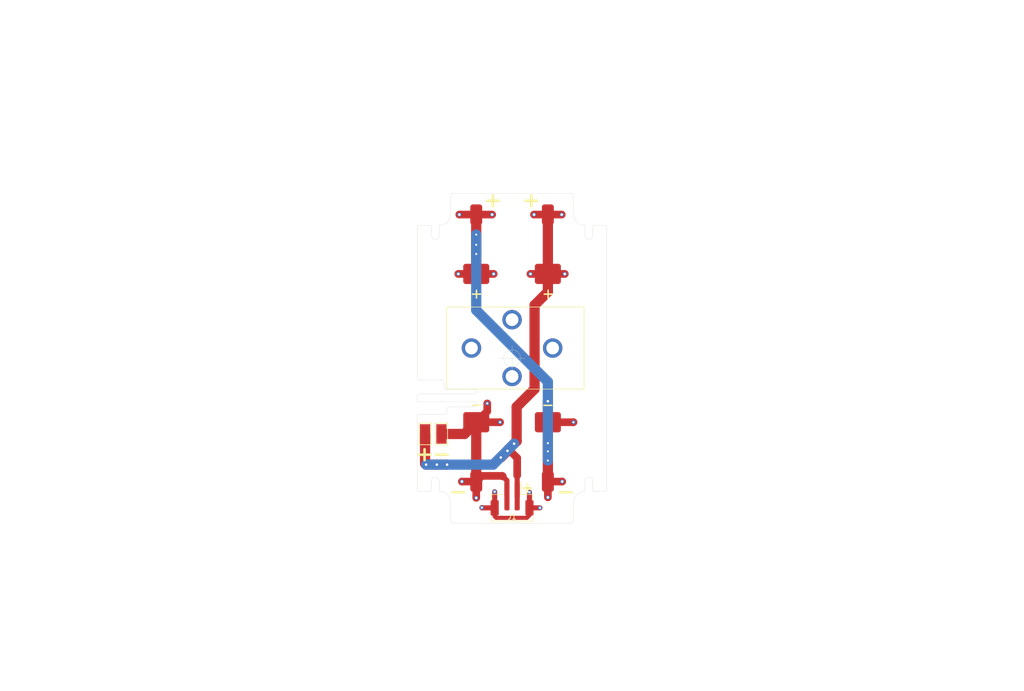
<source format=kicad_pcb>
(kicad_pcb (version 20171130) (host pcbnew "(5.1.6)-1")

  (general
    (thickness 1)
    (drawings 108)
    (tracks 114)
    (zones 0)
    (modules 6)
    (nets 4)
  )

  (page A4)
  (title_block
    (title "Generic Node Battery Holder")
    (date 2020-09-30)
    (rev 1.0)
    (company "The Things Industries")
    (comment 1 "drawn by: Orkhan Amiraslanov")
  )

  (layers
    (0 F.Cu signal)
    (31 B.Cu signal)
    (32 B.Adhes user)
    (33 F.Adhes user)
    (34 B.Paste user)
    (35 F.Paste user)
    (36 B.SilkS user)
    (37 F.SilkS user)
    (38 B.Mask user)
    (39 F.Mask user)
    (40 Dwgs.User user)
    (41 Cmts.User user)
    (42 Eco1.User user)
    (43 Eco2.User user)
    (44 Edge.Cuts user)
    (45 Margin user)
    (46 B.CrtYd user)
    (47 F.CrtYd user)
    (48 B.Fab user)
    (49 F.Fab user)
  )

  (setup
    (last_trace_width 0.25)
    (user_trace_width 0.2)
    (user_trace_width 0.4)
    (user_trace_width 0.6)
    (user_trace_width 0.8)
    (user_trace_width 1)
    (user_trace_width 1.5)
    (user_trace_width 2)
    (user_trace_width 2.5)
    (user_trace_width 3)
    (trace_clearance 0.2)
    (zone_clearance 0.508)
    (zone_45_only no)
    (trace_min 0.2)
    (via_size 0.8)
    (via_drill 0.4)
    (via_min_size 0.4)
    (via_min_drill 0.3)
    (user_via 0.5 0.3)
    (user_via 0.6 0.4)
    (user_via 0.8 0.5)
    (user_via 1 0.6)
    (user_via 1.2 0.8)
    (user_via 1.4 1)
    (uvia_size 0.3)
    (uvia_drill 0.1)
    (uvias_allowed no)
    (uvia_min_size 0.2)
    (uvia_min_drill 0.1)
    (edge_width 0.05)
    (segment_width 0.2)
    (pcb_text_width 0.3)
    (pcb_text_size 1.5 1.5)
    (mod_edge_width 0.12)
    (mod_text_size 1 1)
    (mod_text_width 0.15)
    (pad_size 1.524 1.524)
    (pad_drill 0.762)
    (pad_to_mask_clearance 0.05)
    (aux_axis_origin 0 0)
    (visible_elements 7FFFFFFF)
    (pcbplotparams
      (layerselection 0x010fc_ffffffff)
      (usegerberextensions false)
      (usegerberattributes true)
      (usegerberadvancedattributes true)
      (creategerberjobfile true)
      (excludeedgelayer true)
      (linewidth 0.100000)
      (plotframeref true)
      (viasonmask false)
      (mode 1)
      (useauxorigin false)
      (hpglpennumber 1)
      (hpglpenspeed 20)
      (hpglpendiameter 15.000000)
      (psnegative false)
      (psa4output false)
      (plotreference true)
      (plotvalue true)
      (plotinvisibletext false)
      (padsonsilk false)
      (subtractmaskfromsilk false)
      (outputformat 4)
      (mirror false)
      (drillshape 0)
      (scaleselection 1)
      (outputdirectory "design-files/"))
  )

  (net 0 "")
  (net 1 "Net-(BT1-Pad2)")
  (net 2 VCC)
  (net 3 GND)

  (net_class Default "This is the default net class."
    (clearance 0.2)
    (trace_width 0.25)
    (via_dia 0.8)
    (via_drill 0.4)
    (uvia_dia 0.3)
    (uvia_drill 0.1)
    (add_net GND)
    (add_net "Net-(BT1-Pad2)")
    (add_net VCC)
  )

  (module Connector_JST:JST_PH_B2B-PH-SM4-TB_1x02-1MP_P2.00mm_Vertical (layer F.Cu) (tedit 5B78AD87) (tstamp 5F5B94F7)
    (at 150 127.5 180)
    (descr "JST PH series connector, B2B-PH-SM4-TB (http://www.jst-mfg.com/product/pdf/eng/ePH.pdf), generated with kicad-footprint-generator")
    (tags "connector JST PH side entry")
    (path /5F454686)
    (attr smd)
    (fp_text reference J1 (at 0 -3.5) (layer F.SilkS)
      (effects (font (size 1 1) (thickness 0.15)))
    )
    (fp_text value JST-PH-Vertical (at 0 4.45) (layer F.Fab)
      (effects (font (size 1 1) (thickness 0.15)))
    )
    (fp_line (start -1 0.042893) (end -0.5 0.75) (layer F.Fab) (width 0.1))
    (fp_line (start -1.5 0.75) (end -1 0.042893) (layer F.Fab) (width 0.1))
    (fp_line (start 4.7 -4.75) (end -4.7 -4.75) (layer F.CrtYd) (width 0.05))
    (fp_line (start 4.7 3.75) (end 4.7 -4.75) (layer F.CrtYd) (width 0.05))
    (fp_line (start -4.7 3.75) (end 4.7 3.75) (layer F.CrtYd) (width 0.05))
    (fp_line (start -4.7 -4.75) (end -4.7 3.75) (layer F.CrtYd) (width 0.05))
    (fp_line (start 1.25 -2.75) (end 0.75 -2.75) (layer F.Fab) (width 0.1))
    (fp_line (start 1.25 -2.25) (end 1.25 -2.75) (layer F.Fab) (width 0.1))
    (fp_line (start 0.75 -2.25) (end 1.25 -2.25) (layer F.Fab) (width 0.1))
    (fp_line (start 0.75 -2.75) (end 0.75 -2.25) (layer F.Fab) (width 0.1))
    (fp_line (start -0.75 -2.75) (end -1.25 -2.75) (layer F.Fab) (width 0.1))
    (fp_line (start -0.75 -2.25) (end -0.75 -2.75) (layer F.Fab) (width 0.1))
    (fp_line (start -1.25 -2.25) (end -0.75 -2.25) (layer F.Fab) (width 0.1))
    (fp_line (start -1.25 -2.75) (end -1.25 -2.25) (layer F.Fab) (width 0.1))
    (fp_line (start 3.975 0.75) (end 3.975 -4.25) (layer F.Fab) (width 0.1))
    (fp_line (start -3.975 0.75) (end -3.975 -4.25) (layer F.Fab) (width 0.1))
    (fp_line (start -3.975 -4.25) (end 3.975 -4.25) (layer F.Fab) (width 0.1))
    (fp_line (start 4.085 -4.36) (end 4.085 -3.51) (layer F.SilkS) (width 0.12))
    (fp_line (start -4.085 -4.36) (end 4.085 -4.36) (layer F.SilkS) (width 0.12))
    (fp_line (start -4.085 -3.51) (end -4.085 -4.36) (layer F.SilkS) (width 0.12))
    (fp_line (start 4.085 0.86) (end 1.76 0.86) (layer F.SilkS) (width 0.12))
    (fp_line (start 4.085 0.01) (end 4.085 0.86) (layer F.SilkS) (width 0.12))
    (fp_line (start -1.76 0.86) (end -1.76 3.25) (layer F.SilkS) (width 0.12))
    (fp_line (start -4.085 0.86) (end -1.76 0.86) (layer F.SilkS) (width 0.12))
    (fp_line (start -4.085 0.01) (end -4.085 0.86) (layer F.SilkS) (width 0.12))
    (fp_line (start -3.975 0.75) (end 3.975 0.75) (layer F.Fab) (width 0.1))
    (fp_text user %R (at 0 -1) (layer F.Fab)
      (effects (font (size 1 1) (thickness 0.15)))
    )
    (pad MP smd roundrect (at 3.4 -1.75 180) (size 1.6 3) (layers F.Cu F.Paste F.Mask) (roundrect_rratio 0.15625))
    (pad MP smd roundrect (at -3.4 -1.75 180) (size 1.6 3) (layers F.Cu F.Paste F.Mask) (roundrect_rratio 0.15625))
    (pad 2 smd roundrect (at 1 0.5 180) (size 1 5.5) (layers F.Cu F.Paste F.Mask) (roundrect_rratio 0.25)
      (net 3 GND))
    (pad 1 smd roundrect (at -1 0.5 180) (size 1 5.5) (layers F.Cu F.Paste F.Mask) (roundrect_rratio 0.25)
      (net 2 VCC))
    (model ${KISYS3DMOD}/Connector_JST.3dshapes/JST_PH_B2B-PH-SM4-TB_1x02-1MP_P2.00mm_Vertical.wrl
      (at (xyz 0 0 0))
      (scale (xyz 1 1 1))
      (rotate (xyz 0 0 0))
    )
    (model C:/Users/Admin/OneDrive/TTI_Files/ST_Node/Hardware/Libs/packages3d/node-lib-v1.3dshapes/JST_B2B-PH-SM4-TB-white.step
      (offset (xyz 0 1.75 0))
      (scale (xyz 1 1 1))
      (rotate (xyz 0 0 -180))
    )
  )

  (module TestPoint:TestPoint_Keystone_5019_Minature (layer F.Cu) (tedit 5A0F774F) (tstamp 5F4E32A3)
    (at 133 114.8 270)
    (descr "SMT Test Point- Micro Miniature 5019, http://www.keyelco.com/product-pdf.cfm?p=1357")
    (tags "Test Point")
    (path /5F4E2017)
    (attr smd)
    (fp_text reference J3 (at -3 0.25) (layer F.SilkS) hide
      (effects (font (size 1 1) (thickness 0.15)))
    )
    (fp_text value Batt+ (at -0.2 0 90) (layer F.Fab)
      (effects (font (size 1 1) (thickness 0.15)))
    )
    (fp_line (start 0 0.5) (end 0 1) (layer F.Fab) (width 0.15))
    (fp_line (start 0 -1) (end 0 -0.5) (layer F.Fab) (width 0.15))
    (fp_line (start -1.9 -0.5) (end 1.9 -0.5) (layer F.Fab) (width 0.15))
    (fp_line (start 1.9 0.5) (end -1.9 0.5) (layer F.Fab) (width 0.15))
    (fp_line (start 1.25 -1) (end -1.25 -1) (layer F.Fab) (width 0.15))
    (fp_line (start -1.25 -1) (end -1.25 -0.5) (layer F.Fab) (width 0.15))
    (fp_line (start -1.25 -0.5) (end -1.75 -0.5) (layer F.Fab) (width 0.15))
    (fp_line (start -1.9 -0.5) (end -1.9 0.5) (layer F.Fab) (width 0.15))
    (fp_line (start -1.75 0.5) (end -1.25 0.5) (layer F.Fab) (width 0.15))
    (fp_line (start -1.25 0.5) (end -1.25 1) (layer F.Fab) (width 0.15))
    (fp_line (start -1.25 1) (end 1.25 1) (layer F.Fab) (width 0.15))
    (fp_line (start 1.25 1) (end 1.25 0.5) (layer F.Fab) (width 0.15))
    (fp_line (start 1.25 0.5) (end 1.75 0.5) (layer F.Fab) (width 0.15))
    (fp_line (start 1.9 0.5) (end 1.9 -0.5) (layer F.Fab) (width 0.15))
    (fp_line (start 1.75 -0.5) (end 1.25 -0.5) (layer F.Fab) (width 0.15))
    (fp_line (start 1.25 -0.5) (end 1.25 -1) (layer F.Fab) (width 0.15))
    (fp_line (start -2.35 -1.45) (end 2.35 -1.45) (layer F.CrtYd) (width 0.05))
    (fp_line (start 2.35 -1.45) (end 2.35 1.45) (layer F.CrtYd) (width 0.05))
    (fp_line (start 2.35 1.45) (end -2.35 1.45) (layer F.CrtYd) (width 0.05))
    (fp_line (start -2.35 1.45) (end -2.35 -1.45) (layer F.CrtYd) (width 0.05))
    (fp_line (start -2.1 -1.2) (end 2.1 -1.2) (layer F.SilkS) (width 0.15))
    (fp_line (start 2.1 -1.2) (end 2.1 1.2) (layer F.SilkS) (width 0.15))
    (fp_line (start 2.1 1.2) (end -2.1 1.2) (layer F.SilkS) (width 0.15))
    (fp_line (start -2.1 1.2) (end -2.1 -1.2) (layer F.SilkS) (width 0.15))
    (fp_text user %R (at 0 0 90) (layer F.Fab)
      (effects (font (size 0.9 0.9) (thickness 0.135)))
    )
    (pad 1 smd rect (at 0 0 270) (size 3.8 2) (layers F.Cu F.Paste F.Mask)
      (net 2 VCC))
    (model ${KISYS3DMOD}/TestPoint.3dshapes/TestPoint_Keystone_5019_Minature.wrl
      (at (xyz 0 0 0))
      (scale (xyz 1 1 1))
      (rotate (xyz 0 0 0))
    )
  )

  (module TestPoint:TestPoint_Keystone_5019_Minature (layer F.Cu) (tedit 5A0F774F) (tstamp 5F4EE7E0)
    (at 136.2 114.8 90)
    (descr "SMT Test Point- Micro Miniature 5019, http://www.keyelco.com/product-pdf.cfm?p=1357")
    (tags "Test Point")
    (path /5F4E6926)
    (attr smd)
    (fp_text reference J2 (at 2.9 0.1) (layer F.SilkS) hide
      (effects (font (size 1 1) (thickness 0.15)))
    )
    (fp_text value Batt- (at 0 0 90) (layer F.Fab)
      (effects (font (size 1 1) (thickness 0.15)))
    )
    (fp_line (start 0 0.5) (end 0 1) (layer F.Fab) (width 0.15))
    (fp_line (start 0 -1) (end 0 -0.5) (layer F.Fab) (width 0.15))
    (fp_line (start -1.9 -0.5) (end 1.9 -0.5) (layer F.Fab) (width 0.15))
    (fp_line (start 1.9 0.5) (end -1.9 0.5) (layer F.Fab) (width 0.15))
    (fp_line (start 1.25 -1) (end -1.25 -1) (layer F.Fab) (width 0.15))
    (fp_line (start -1.25 -1) (end -1.25 -0.5) (layer F.Fab) (width 0.15))
    (fp_line (start -1.25 -0.5) (end -1.75 -0.5) (layer F.Fab) (width 0.15))
    (fp_line (start -1.9 -0.5) (end -1.9 0.5) (layer F.Fab) (width 0.15))
    (fp_line (start -1.75 0.5) (end -1.25 0.5) (layer F.Fab) (width 0.15))
    (fp_line (start -1.25 0.5) (end -1.25 1) (layer F.Fab) (width 0.15))
    (fp_line (start -1.25 1) (end 1.25 1) (layer F.Fab) (width 0.15))
    (fp_line (start 1.25 1) (end 1.25 0.5) (layer F.Fab) (width 0.15))
    (fp_line (start 1.25 0.5) (end 1.75 0.5) (layer F.Fab) (width 0.15))
    (fp_line (start 1.9 0.5) (end 1.9 -0.5) (layer F.Fab) (width 0.15))
    (fp_line (start 1.75 -0.5) (end 1.25 -0.5) (layer F.Fab) (width 0.15))
    (fp_line (start 1.25 -0.5) (end 1.25 -1) (layer F.Fab) (width 0.15))
    (fp_line (start -2.35 -1.45) (end 2.35 -1.45) (layer F.CrtYd) (width 0.05))
    (fp_line (start 2.35 -1.45) (end 2.35 1.45) (layer F.CrtYd) (width 0.05))
    (fp_line (start 2.35 1.45) (end -2.35 1.45) (layer F.CrtYd) (width 0.05))
    (fp_line (start -2.35 1.45) (end -2.35 -1.45) (layer F.CrtYd) (width 0.05))
    (fp_line (start -2.1 -1.2) (end 2.1 -1.2) (layer F.SilkS) (width 0.15))
    (fp_line (start 2.1 -1.2) (end 2.1 1.2) (layer F.SilkS) (width 0.15))
    (fp_line (start 2.1 1.2) (end -2.1 1.2) (layer F.SilkS) (width 0.15))
    (fp_line (start -2.1 1.2) (end -2.1 -1.2) (layer F.SilkS) (width 0.15))
    (fp_text user %R (at 0 0 90) (layer F.Fab)
      (effects (font (size 0.9 0.9) (thickness 0.135)))
    )
    (pad 1 smd rect (at 0 0 90) (size 3.8 2) (layers F.Cu F.Paste F.Mask)
      (net 3 GND))
    (model ${KISYS3DMOD}/TestPoint.3dshapes/TestPoint_Keystone_5019_Minature.wrl
      (at (xyz 0 0 0))
      (scale (xyz 1 1 1))
      (rotate (xyz 0 0 0))
    )
  )

  (module node-lib-v1:Keystone_69_clip (layer F.Cu) (tedit 5F451643) (tstamp 5F4E2FC6)
    (at 150 98 180)
    (path /5F456034)
    (fp_text reference BTclip1 (at -0.05 -2.35) (layer F.SilkS) hide
      (effects (font (size 1 1) (thickness 0.15)))
    )
    (fp_text value PN69 (at 0 0.05) (layer F.Fab)
      (effects (font (size 1 1) (thickness 0.15)))
    )
    (fp_line (start -14.732 0) (end 13.716 0) (layer Eco1.User) (width 0.12))
    (fp_line (start 0 -8.636) (end 0 8.636) (layer Eco1.User) (width 0.12))
    (fp_line (start 12.7 0) (end 12.7 -7.9375) (layer F.CrtYd) (width 0.12))
    (fp_line (start 12.7 0) (end 12.7 7.9375) (layer F.CrtYd) (width 0.12))
    (fp_line (start -13.97 0) (end -13.97 -7.9375) (layer F.CrtYd) (width 0.12))
    (fp_line (start -13.97 0) (end -13.97 7.9375) (layer F.CrtYd) (width 0.12))
    (fp_line (start 12.7 7.9375) (end -13.97 7.9375) (layer F.CrtYd) (width 0.12))
    (fp_line (start -13.97 -7.9375) (end 12.7 -7.9375) (layer F.CrtYd) (width 0.12))
    (fp_line (start -13.8684 -7.8232) (end -13.8684 7.8232) (layer F.Fab) (width 0.12))
    (fp_line (start -13.8684 7.8232) (end 12.5984 7.8232) (layer F.Fab) (width 0.12))
    (fp_line (start 12.5984 7.8232) (end 12.5984 -7.8232) (layer F.Fab) (width 0.12))
    (fp_line (start 12.5984 -7.8232) (end -13.8684 -7.8232) (layer F.Fab) (width 0.12))
    (fp_line (start 12.8016 -8.0264) (end 12.8016 8.0264) (layer F.SilkS) (width 0.12))
    (fp_line (start 12.8016 8.0264) (end -14.0716 8.0264) (layer F.SilkS) (width 0.12))
    (fp_line (start -14.0716 8.0264) (end -14.0716 -8.0264) (layer F.SilkS) (width 0.12))
    (fp_line (start -14.0716 -8.0264) (end 12.8016 -8.0264) (layer F.SilkS) (width 0.12))
    (pad 2 smd circle (at 7.9375 0 180) (size 3.81 3.81) (layers F.Paste F.Mask))
    (pad 2 smd circle (at -7.9375 0 180) (size 3.81 3.81) (layers F.Paste F.Mask))
    (pad 2 smd circle (at 0 -5.5499 180) (size 3.81 3.81) (layers F.Paste F.Mask))
    (pad 2 smd circle (at 0 5.5499 180) (size 3.81 3.81) (layers F.Paste F.Mask))
    (pad 1 thru_hole circle (at 0 5.5499 180) (size 3.81 3.81) (drill 2.4892) (layers *.Cu *.Mask))
    (pad 1 thru_hole circle (at 0 -5.5499 180) (size 3.81 3.81) (drill 2.4892) (layers *.Cu *.Mask))
    (pad 1 thru_hole circle (at 7.9375 0 180) (size 3.81 3.81) (drill 2.4892) (layers *.Cu *.Mask))
    (pad 1 thru_hole circle (at -7.9375 0 180) (size 3.81 3.81) (drill 2.4892) (layers *.Cu *.Mask F.Paste))
    (model C:/Users/Admin/OneDrive/TTI_Files/ST_Node/Hardware/Libs/packages3d/node-lib-v1.3dshapes/keystone-PN69.STEP
      (offset (xyz 0 7.9756 0))
      (scale (xyz 1.1 1 1))
      (rotate (xyz -90 0 0))
    )
    (model C:/Users/Admin/OneDrive/TTI_Files/ST_Node/Hardware/Libs/packages3d/enclosure/16174563_BL-704025-WL2-DO-9003_Bottom.step
      (offset (xyz 0 2 19))
      (scale (xyz 1 1 1))
      (rotate (xyz 0 180 90))
    )
  )

  (module node-lib-v1:keystone-PN57 (layer F.Cu) (tedit 5F451463) (tstamp 5F4E301A)
    (at 143 98 90)
    (descr "AA battery holder clip SMD")
    (tags battery,holder,clip)
    (path /5F4566C7)
    (fp_text reference BT2 (at -0.127 -0.381 90) (layer F.SilkS) hide
      (effects (font (size 1 1) (thickness 0.15)))
    )
    (fp_text value 2xPN57 (at -0.05 2.95 90) (layer F.Fab) hide
      (effects (font (size 1 1) (thickness 0.15)))
    )
    (fp_line (start 29 -3.5) (end 11.5 -3.5) (layer F.CrtYd) (width 0.12))
    (fp_line (start 29 3.5) (end 29 -3.5) (layer F.CrtYd) (width 0.12))
    (fp_line (start 11.5 3.5) (end 29 3.5) (layer F.CrtYd) (width 0.12))
    (fp_line (start 11.5 -3.5) (end 11.5 3.5) (layer F.CrtYd) (width 0.12))
    (fp_line (start -11.5 -3.5) (end -29 -3.5) (layer F.CrtYd) (width 0.12))
    (fp_line (start -11.5 3.5) (end -11.5 -3.5) (layer F.CrtYd) (width 0.12))
    (fp_line (start -29 3.5) (end -11.5 3.5) (layer F.CrtYd) (width 0.12))
    (fp_line (start -29 -3.5) (end -29 3.5) (layer F.CrtYd) (width 0.12))
    (fp_line (start -28.5 -3) (end -12 -3) (layer F.Fab) (width 0.12))
    (fp_line (start -28.5 3) (end -28.5 -3) (layer F.Fab) (width 0.12))
    (fp_line (start -12 3) (end -28.5 3) (layer F.Fab) (width 0.12))
    (fp_line (start -12 2.5) (end -12 3) (layer F.Fab) (width 0.12))
    (fp_line (start -12 -3) (end -12 2.5) (layer F.Fab) (width 0.12))
    (fp_line (start 28.5 -3) (end 12 -3) (layer F.Fab) (width 0.12))
    (fp_line (start 28.5 3) (end 28.5 -3) (layer F.Fab) (width 0.12))
    (fp_line (start 12 3) (end 28.5 3) (layer F.Fab) (width 0.12))
    (fp_line (start 12 -3) (end 12 3) (layer F.Fab) (width 0.12))
    (fp_line (start 24.13 0) (end -24.13 0) (layer Eco1.User) (width 0.12))
    (fp_line (start 0 12.7) (end 0 -12.7) (layer Eco1.User) (width 0.12))
    (fp_text user + (at 10.55 -0.1 90) (layer F.SilkS)
      (effects (font (size 2 2) (thickness 0.3)))
    )
    (fp_text user - (at -11.05 0) (layer F.SilkS)
      (effects (font (size 2 2) (thickness 0.3)))
    )
    (fp_text user Conn1 (at 20.3 -0.1 90) (layer F.Fab)
      (effects (font (size 1 1) (thickness 0.15)))
    )
    (fp_text user Conn2 (at -20.45 -0.1 90) (layer F.Fab)
      (effects (font (size 1 1) (thickness 0.15)))
    )
    (pad 1 smd roundrect (at 26.1112 0 90) (size 3.9624 2.3368) (layers F.Cu F.Paste F.Mask) (roundrect_rratio 0.214)
      (net 1 "Net-(BT1-Pad2)"))
    (pad 1 smd roundrect (at 14.5034 0 90) (size 3.96 5.08) (layers F.Cu F.Paste F.Mask) (roundrect_rratio 0.126)
      (net 1 "Net-(BT1-Pad2)"))
    (pad 2 smd roundrect (at -26.1112 0 90) (size 3.9624 2.3368) (layers F.Cu F.Paste F.Mask) (roundrect_rratio 0.214)
      (net 3 GND))
    (pad 2 smd roundrect (at -14.5034 0 90) (size 3.96 5.08) (layers F.Cu F.Paste F.Mask) (roundrect_rratio 0.126)
      (net 3 GND))
    (model C:/Users/Admin/OneDrive/TTI_Files/ST_Node/Hardware/Libs/packages3d/node-lib-v1.3dshapes/keystone-PN57.STEP
      (offset (xyz 16.74114 0 0.50038))
      (scale (xyz 1 1 1))
      (rotate (xyz -90 0 0))
    )
    (model C:/Users/Admin/OneDrive/TTI_Files/ST_Node/Hardware/Libs/packages3d/node-lib-v1.3dshapes/keystone-PN57.STEP
      (offset (xyz -16.74622 0 0.50038))
      (scale (xyz 1 1 1))
      (rotate (xyz -90 0 -180))
    )
    (model "C:/Users/Admin/OneDrive/TTI_Files/ST_Node/Hardware/Libs/packages3d/node-lib-v1.3dshapes/AA Duracell Body-Plain.STEP"
      (offset (xyz -25.5 0 7.5))
      (scale (xyz 1 1 1))
      (rotate (xyz 0 0 90))
    )
  )

  (module node-lib-v1:keystone-PN57 (layer F.Cu) (tedit 5F451463) (tstamp 5F5B9FCE)
    (at 157 98 90)
    (descr "AA battery holder clip SMD")
    (tags battery,holder,clip)
    (path /5F456F74)
    (fp_text reference BT1 (at -0.127 -0.381 90) (layer F.SilkS) hide
      (effects (font (size 1 1) (thickness 0.15)))
    )
    (fp_text value 2xPN57 (at -20.5 -6.65 180) (layer F.Fab)
      (effects (font (size 1 1) (thickness 0.15)))
    )
    (fp_line (start 0 12.7) (end 0 -12.7) (layer Eco1.User) (width 0.12))
    (fp_line (start 24.13 0) (end -24.13 0) (layer Eco1.User) (width 0.12))
    (fp_line (start 12 -3) (end 12 3) (layer F.Fab) (width 0.12))
    (fp_line (start 12 3) (end 28.5 3) (layer F.Fab) (width 0.12))
    (fp_line (start 28.5 3) (end 28.5 -3) (layer F.Fab) (width 0.12))
    (fp_line (start 28.5 -3) (end 12 -3) (layer F.Fab) (width 0.12))
    (fp_line (start -12 -3) (end -12 2.5) (layer F.Fab) (width 0.12))
    (fp_line (start -12 2.5) (end -12 3) (layer F.Fab) (width 0.12))
    (fp_line (start -12 3) (end -28.5 3) (layer F.Fab) (width 0.12))
    (fp_line (start -28.5 3) (end -28.5 -3) (layer F.Fab) (width 0.12))
    (fp_line (start -28.5 -3) (end -12 -3) (layer F.Fab) (width 0.12))
    (fp_line (start -29 -3.5) (end -29 3.5) (layer F.CrtYd) (width 0.12))
    (fp_line (start -29 3.5) (end -11.5 3.5) (layer F.CrtYd) (width 0.12))
    (fp_line (start -11.5 3.5) (end -11.5 -3.5) (layer F.CrtYd) (width 0.12))
    (fp_line (start -11.5 -3.5) (end -29 -3.5) (layer F.CrtYd) (width 0.12))
    (fp_line (start 11.5 -3.5) (end 11.5 3.5) (layer F.CrtYd) (width 0.12))
    (fp_line (start 11.5 3.5) (end 29 3.5) (layer F.CrtYd) (width 0.12))
    (fp_line (start 29 3.5) (end 29 -3.5) (layer F.CrtYd) (width 0.12))
    (fp_line (start 29 -3.5) (end 11.5 -3.5) (layer F.CrtYd) (width 0.12))
    (fp_text user Conn2 (at -20.45 -0.1 90) (layer F.Fab)
      (effects (font (size 1 1) (thickness 0.15)))
    )
    (fp_text user Conn1 (at 20.3 -0.1 90) (layer F.Fab)
      (effects (font (size 1 1) (thickness 0.15)))
    )
    (fp_text user - (at -11.05 0) (layer F.SilkS)
      (effects (font (size 2 2) (thickness 0.3)))
    )
    (fp_text user + (at 10.55 -0.1 90) (layer F.SilkS)
      (effects (font (size 2 2) (thickness 0.3)))
    )
    (pad 2 smd roundrect (at -14.5034 0 90) (size 3.96 5.08) (layers F.Cu F.Paste F.Mask) (roundrect_rratio 0.126)
      (net 1 "Net-(BT1-Pad2)"))
    (pad 2 smd roundrect (at -26.1112 0 90) (size 3.9624 2.3368) (layers F.Cu F.Paste F.Mask) (roundrect_rratio 0.214)
      (net 1 "Net-(BT1-Pad2)"))
    (pad 1 smd roundrect (at 14.5034 0 90) (size 3.96 5.08) (layers F.Cu F.Paste F.Mask) (roundrect_rratio 0.126)
      (net 2 VCC))
    (pad 1 smd roundrect (at 26.1112 0 90) (size 3.9624 2.3368) (layers F.Cu F.Paste F.Mask) (roundrect_rratio 0.214)
      (net 2 VCC))
    (model C:/Users/Admin/OneDrive/TTI_Files/ST_Node/Hardware/Libs/packages3d/node-lib-v1.3dshapes/keystone-PN57.STEP
      (offset (xyz 16.74114 0 0.50038))
      (scale (xyz 1 1 1))
      (rotate (xyz -90 0 0))
    )
    (model C:/Users/Admin/OneDrive/TTI_Files/ST_Node/Hardware/Libs/packages3d/node-lib-v1.3dshapes/keystone-PN57.STEP
      (offset (xyz -16.74622 0 0.50038))
      (scale (xyz 1 1 1))
      (rotate (xyz -90 0 -180))
    )
    (model "C:/Users/Admin/OneDrive/TTI_Files/ST_Node/Hardware/Libs/packages3d/node-lib-v1.3dshapes/AA Duracell Body-Plain.STEP"
      (offset (xyz -25.5 0 7.5))
      (scale (xyz 1 1 1))
      (rotate (xyz 0 0 90))
    )
  )

  (dimension 52 (width 0.15) (layer Eco1.User)
    (gr_text "52.000 mm" (at 123.7 100 90) (layer Eco1.User)
      (effects (font (size 1 1) (thickness 0.15)))
    )
    (feature1 (pts (xy 131.75 74) (xy 124.413579 74)))
    (feature2 (pts (xy 131.75 126) (xy 124.413579 126)))
    (crossbar (pts (xy 125 126) (xy 125 74)))
    (arrow1a (pts (xy 125 74) (xy 125.586421 75.126504)))
    (arrow1b (pts (xy 125 74) (xy 124.413579 75.126504)))
    (arrow2a (pts (xy 125 126) (xy 125.586421 124.873496)))
    (arrow2b (pts (xy 125 126) (xy 124.413579 124.873496)))
  )
  (dimension 37 (width 0.15) (layer Eco1.User)
    (gr_text "37.000 mm" (at 150 137.55) (layer Eco1.User)
      (effects (font (size 1 1) (thickness 0.15)))
    )
    (feature1 (pts (xy 168.5 125.75) (xy 168.5 136.836421)))
    (feature2 (pts (xy 131.5 125.75) (xy 131.5 136.836421)))
    (crossbar (pts (xy 131.5 136.25) (xy 168.5 136.25)))
    (arrow1a (pts (xy 168.5 136.25) (xy 167.373496 136.836421)))
    (arrow1b (pts (xy 168.5 136.25) (xy 167.373496 135.663579)))
    (arrow2a (pts (xy 131.5 136.25) (xy 132.626504 136.836421)))
    (arrow2b (pts (xy 131.5 136.25) (xy 132.626504 135.663579)))
  )
  (dimension 64.5 (width 0.15) (layer Eco1.User)
    (gr_text "64.500 mm" (at 176.3 100 270) (layer Eco1.User)
      (effects (font (size 1 1) (thickness 0.15)))
    )
    (feature1 (pts (xy 161.5 132.25) (xy 175.586421 132.25)))
    (feature2 (pts (xy 161.5 67.75) (xy 175.586421 67.75)))
    (crossbar (pts (xy 175 67.75) (xy 175 132.25)))
    (arrow1a (pts (xy 175 132.25) (xy 174.413579 131.123496)))
    (arrow1b (pts (xy 175 132.25) (xy 175.586421 131.123496)))
    (arrow2a (pts (xy 175 67.75) (xy 174.413579 68.876504)))
    (arrow2b (pts (xy 175 67.75) (xy 175.586421 68.876504)))
  )
  (gr_line (start 136.75 104.75) (end 136.75 105.5) (layer Edge.Cuts) (width 0.05))
  (gr_text + (at 153 125.25) (layer F.SilkS) (tstamp 5F5BA9C1)
    (effects (font (size 2 2) (thickness 0.4)))
  )
  (gr_text + (at 153.75 69) (layer F.SilkS) (tstamp 5F5BA7B4)
    (effects (font (size 2.8 3) (thickness 0.5)))
  )
  (gr_text + (at 146.25 69) (layer F.SilkS) (tstamp 5F5BA755)
    (effects (font (size 2.8 3) (thickness 0.5)))
  )
  (gr_text - (at 160.5 126) (layer F.SilkS) (tstamp 5F5BA734)
    (effects (font (size 2.8 3) (thickness 0.5)))
  )
  (gr_text - (at 139.5 126) (layer F.SilkS) (tstamp 5F5BA732)
    (effects (font (size 2.8 3) (thickness 0.5)))
  )
  (gr_arc (start 136.25 104.75) (end 136.75 104.75) (angle -90) (layer Edge.Cuts) (width 0.05) (tstamp 5F5B45BA))
  (gr_arc (start 132 103.75) (end 131.5 103.75) (angle -90) (layer Edge.Cuts) (width 0.05) (tstamp 5F5B45C0))
  (gr_line (start 131.5 103.75) (end 131.5 74.25) (layer Edge.Cuts) (width 0.05))
  (gr_line (start 136.25 104.25) (end 132 104.25) (layer Edge.Cuts) (width 0.05) (tstamp 5F5B45BD))
  (gr_arc (start 137.25 105.5) (end 136.75 105.5) (angle -90) (layer Edge.Cuts) (width 0.05))
  (gr_line (start 138.25 106) (end 137.25 106) (layer Edge.Cuts) (width 0.05))
  (gr_line (start 131.5 107.25) (end 131.5 108.25) (layer Edge.Cuts) (width 0.05))
  (gr_arc (start 131.75 108.25) (end 131.5 108.25) (angle -90) (layer Edge.Cuts) (width 0.05))
  (gr_arc (start 131.75 107.25) (end 131.75 107) (angle -90) (layer Edge.Cuts) (width 0.05))
  (gr_arc (start 142.5 106.5) (end 142.5 107) (angle -180) (layer Edge.Cuts) (width 0.05))
  (gr_arc (start 142.5 109) (end 142.5 109.5) (angle -180) (layer Edge.Cuts) (width 0.05))
  (gr_arc (start 137.75 110) (end 137.75 109.5) (angle -90) (layer Edge.Cuts) (width 0.05))
  (gr_line (start 142.5 106) (end 138.25 106) (layer Edge.Cuts) (width 0.05))
  (gr_line (start 131.75 107) (end 142.5 107) (layer Edge.Cuts) (width 0.05))
  (gr_line (start 142.5 108.5) (end 131.75 108.5) (layer Edge.Cuts) (width 0.05))
  (gr_line (start 137.75 109.5) (end 142.5 109.5) (layer Edge.Cuts) (width 0.05))
  (gr_line (start 137.25 110.75) (end 137.25 110) (layer Edge.Cuts) (width 0.05))
  (gr_line (start 131.75 111) (end 137 111) (layer Edge.Cuts) (width 0.05))
  (gr_arc (start 137 110.75) (end 137 111) (angle -90) (layer Edge.Cuts) (width 0.05))
  (gr_arc (start 131.75 111.25) (end 131.75 111) (angle -90) (layer Edge.Cuts) (width 0.05))
  (gr_text - (at 136.25 118.65) (layer F.SilkS) (tstamp 5F4E45B9)
    (effects (font (size 2.8 3) (thickness 0.5)))
  )
  (gr_text + (at 132.9 118.65) (layer F.SilkS)
    (effects (font (size 2.8 3) (thickness 0.5)))
  )
  (gr_line (start 134 74) (end 131.75 74) (layer Edge.Cuts) (width 0.05))
  (gr_arc (start 131.75 74.25) (end 131.75 74) (angle -90) (layer Edge.Cuts) (width 0.05))
  (gr_arc (start 134 74.25) (end 134.25 74.25) (angle -90) (layer Edge.Cuts) (width 0.05))
  (gr_line (start 168.25 74) (end 166 74) (layer Edge.Cuts) (width 0.05))
  (gr_arc (start 168.25 74.25) (end 168.5 74.25) (angle -90) (layer Edge.Cuts) (width 0.05))
  (gr_arc (start 166 74.25) (end 166 74) (angle -90) (layer Edge.Cuts) (width 0.05))
  (gr_line (start 168.25 126) (end 166 126) (layer Edge.Cuts) (width 0.05))
  (gr_arc (start 166 125.75) (end 165.75 125.75) (angle -90) (layer Edge.Cuts) (width 0.05))
  (gr_arc (start 168.25 125.75) (end 168.25 126) (angle -90) (layer Edge.Cuts) (width 0.05))
  (gr_line (start 134 126) (end 131.75 126) (layer Edge.Cuts) (width 0.05))
  (gr_arc (start 131.75 125.75) (end 131.5 125.75) (angle -90) (layer Edge.Cuts) (width 0.05))
  (gr_arc (start 134 125.75) (end 134 126) (angle -90) (layer Edge.Cuts) (width 0.05))
  (gr_line (start 134.25 74.25) (end 134.25 76) (layer Edge.Cuts) (width 0.05) (tstamp 5F457B98))
  (gr_arc (start 135 76) (end 134.25 76) (angle -180) (layer Edge.Cuts) (width 0.05) (tstamp 5F457B97))
  (gr_line (start 165.75 125.75) (end 165.75 124) (layer Edge.Cuts) (width 0.05) (tstamp 5F457B91))
  (gr_arc (start 165 124) (end 165.75 124) (angle -180) (layer Edge.Cuts) (width 0.05) (tstamp 5F457B90))
  (gr_arc (start 165 76) (end 164.25 76) (angle -180) (layer Edge.Cuts) (width 0.05) (tstamp 5F457AE5))
  (gr_line (start 165.75 74.25) (end 165.75 76) (layer Edge.Cuts) (width 0.05) (tstamp 5F457AE4))
  (gr_line (start 134.25 125.75) (end 134.25 124) (layer Edge.Cuts) (width 0.05) (tstamp 5F457A9E))
  (gr_arc (start 135 124) (end 135.75 124) (angle -180) (layer Edge.Cuts) (width 0.05) (tstamp 5F457A9D))
  (gr_line (start 164.25 74) (end 164.25 76) (layer Edge.Cuts) (width 0.05))
  (gr_arc (start 164.25 71.75) (end 162 71.75) (angle -90) (layer Edge.Cuts) (width 0.05))
  (gr_line (start 162 68.25) (end 162 71.75) (layer Edge.Cuts) (width 0.05))
  (gr_arc (start 161.5 68.25) (end 162 68.25) (angle -90) (layer Edge.Cuts) (width 0.05))
  (gr_arc (start 138.5 68.25) (end 138.5 67.75) (angle -90) (layer Edge.Cuts) (width 0.05))
  (gr_arc (start 135.75 71.75) (end 135.75 74) (angle -90) (layer Edge.Cuts) (width 0.05))
  (gr_line (start 135.75 74) (end 135.75 76) (layer Edge.Cuts) (width 0.05))
  (gr_line (start 138 68.25) (end 138 71.75) (layer Edge.Cuts) (width 0.05))
  (gr_line (start 164.25 126) (end 164.25 124) (layer Edge.Cuts) (width 0.05))
  (gr_arc (start 164.25 128.25) (end 164.25 126) (angle -90) (layer Edge.Cuts) (width 0.05))
  (gr_line (start 162 131.75) (end 162 128.25) (layer Edge.Cuts) (width 0.05))
  (gr_arc (start 161.5 131.75) (end 161.5 132.25) (angle -90) (layer Edge.Cuts) (width 0.05))
  (gr_line (start 135.75 126) (end 135.75 124) (layer Edge.Cuts) (width 0.05))
  (gr_arc (start 135.75 128.25) (end 138 128.25) (angle -90) (layer Edge.Cuts) (width 0.05))
  (gr_line (start 138 131.75) (end 138 128.25) (layer Edge.Cuts) (width 0.05))
  (gr_arc (start 138.5 131.75) (end 138 131.75) (angle -90) (layer Edge.Cuts) (width 0.05))
  (gr_line (start 168.5 74.25) (end 168.5 125.75) (layer Edge.Cuts) (width 0.05))
  (gr_line (start 135.32 71.17) (end 135.17 71.17) (layer Eco2.User) (width 0.02))
  (gr_line (start 135.32 71.17) (end 135.32 71.03) (layer Eco2.User) (width 0.02))
  (gr_line (start 135.32 71.17) (end 135.32 71.32) (layer Eco2.User) (width 0.02))
  (gr_line (start 135.32 71.17) (end 135.5 71.17) (layer Eco2.User) (width 0.02))
  (gr_line (start 164.68 71.17) (end 164.68 71.37) (layer Eco2.User) (width 0.02))
  (gr_line (start 164.68 71.17) (end 164.68 70.96) (layer Eco2.User) (width 0.02))
  (gr_line (start 164.68 71.17) (end 164.44 71.17) (layer Eco2.User) (width 0.02))
  (gr_line (start 164.68 71.17) (end 164.95 71.17) (layer Eco2.User) (width 0.02))
  (gr_line (start 131.5 125.75) (end 131.5 111.25) (layer Edge.Cuts) (width 0.05))
  (gr_line (start 135.02 123.73) (end 134.72 123.73) (layer Eco2.User) (width 0.15))
  (gr_line (start 135.02 123.73) (end 135.32 123.73) (layer Eco2.User) (width 0.15))
  (gr_line (start 165.04 123.73) (end 164.73 123.73) (layer Eco2.User) (width 0.15))
  (gr_line (start 165.03 123.73) (end 165.33 123.73) (layer Eco2.User) (width 0.15))
  (gr_line (start 165.04 76.2) (end 164.73 76.2) (layer Eco2.User) (width 0.15))
  (gr_line (start 165.03 76.2) (end 165.33 76.2) (layer Eco2.User) (width 0.15))
  (gr_line (start 135.025 76.2) (end 134.725 76.2) (layer Eco2.User) (width 0.15))
  (gr_line (start 135.025 76.2) (end 135.325 76.2) (layer Eco2.User) (width 0.15))
  (gr_line (start 168.8 100) (end 168.8 129) (layer Eco2.User) (width 0.15))
  (gr_line (start 168.8 100) (end 168.8 71) (layer Eco2.User) (width 0.15))
  (gr_line (start 131.2 100) (end 131.2 129.2) (layer Eco2.User) (width 0.15))
  (gr_line (start 131.2 100) (end 131.2 71) (layer Eco2.User) (width 0.15))
  (gr_line (start 135.02 123.735382) (end 135.02 126.435382) (layer Eco2.User) (width 0.15) (tstamp 5F459D53))
  (gr_line (start 165.03 123.735382) (end 165.03 126.435382) (layer Eco2.User) (width 0.15) (tstamp 5F459D51))
  (gr_line (start 165.03 73.5) (end 165.03 76.2) (layer Eco2.User) (width 0.15) (tstamp 5F459D4F))
  (gr_line (start 135.02 73.5) (end 135.02 76.2) (layer Eco2.User) (width 0.15))
  (gr_circle (center 165.03 71.17) (end 167.36 71.17) (layer Eco2.User) (width 0.15) (tstamp 5F459D26))
  (gr_circle (center 135.02 71.17) (end 137.35 71.17) (layer Eco2.User) (width 0.15) (tstamp 5F459D24))
  (gr_circle (center 135.02 128.83) (end 137.35 128.83) (layer Eco2.User) (width 0.15) (tstamp 5F459D16))
  (gr_circle (center 165.03 128.83) (end 167.36 128.83) (layer Eco2.User) (width 0.15))
  (gr_line (start 150 126.5) (end 133 126.5) (layer Eco2.User) (width 0.15))
  (gr_line (start 150 126.5) (end 167 126.5) (layer Eco2.User) (width 0.15))
  (gr_line (start 150 73.5) (end 167 73.5) (layer Eco2.User) (width 0.15))
  (gr_line (start 150 73.5) (end 133 73.5) (layer Eco2.User) (width 0.15))
  (gr_line (start 150 132.25) (end 138.5 132.25) (layer Edge.Cuts) (width 0.05))
  (gr_line (start 150 132.25) (end 161.5 132.25) (layer Edge.Cuts) (width 0.05))
  (gr_line (start 150 67.75) (end 138.5 67.75) (layer Edge.Cuts) (width 0.05))
  (gr_line (start 150 67.75) (end 161.5 67.75) (layer Edge.Cuts) (width 0.05))
  (gr_line (start 150 30) (end 150 165) (layer Eco1.User) (width 0.15))
  (gr_line (start 50 100) (end 250 100) (layer Eco1.User) (width 0.15))
  (target plus (at 150 100) (size 5) (width 0.05) (layer Edge.Cuts))

  (via (at 146.6 126.1) (size 0.8) (drill 0.4) (layers F.Cu B.Cu) (net 0))
  (segment (start 146.6 129.25) (end 146.6 126.1) (width 1) (layer F.Cu) (net 0))
  (segment (start 146.6 129.25) (end 146.6 130.9) (width 0.8) (layer F.Cu) (net 0))
  (segment (start 146.6 130.9) (end 146.9 131.2) (width 0.8) (layer F.Cu) (net 0))
  (segment (start 146.9 131.2) (end 152.9 131.2) (width 0.8) (layer F.Cu) (net 0))
  (segment (start 153.4 130.7) (end 153.4 129.25) (width 0.8) (layer F.Cu) (net 0))
  (segment (start 152.9 131.2) (end 153.4 130.7) (width 0.8) (layer F.Cu) (net 0))
  (via (at 153.4 126.2) (size 0.8) (drill 0.4) (layers F.Cu B.Cu) (net 0))
  (segment (start 153.4 129.25) (end 153.4 126.2) (width 1) (layer F.Cu) (net 0))
  (segment (start 155.45 129.25) (end 153.4 129.25) (width 1) (layer F.Cu) (net 0))
  (via (at 155.45 129.25) (size 0.8) (drill 0.4) (layers F.Cu B.Cu) (net 0))
  (segment (start 146.6 129.25) (end 144.15 129.25) (width 1) (layer F.Cu) (net 0))
  (via (at 144.1 129.2) (size 0.8) (drill 0.4) (layers F.Cu B.Cu) (net 0))
  (segment (start 144.15 129.25) (end 144.1 129.2) (width 1) (layer F.Cu) (net 0))
  (segment (start 157 124.1112) (end 157 120) (width 2) (layer F.Cu) (net 1) (status 30))
  (segment (start 143 83.4966) (end 143 79.6) (width 2) (layer F.Cu) (net 1) (status 30))
  (segment (start 157 116.6) (end 157 112.5034) (width 2) (layer F.Cu) (net 1) (tstamp 5F5BAF9E) (status 30))
  (via (at 157 116.6) (size 0.8) (drill 0.4) (layers F.Cu B.Cu) (net 1))
  (segment (start 157 118.2) (end 157 116.6) (width 2) (layer F.Cu) (net 1) (tstamp 5F5BAFA0) (status 30))
  (via (at 157 118.2) (size 0.8) (drill 0.4) (layers F.Cu B.Cu) (net 1))
  (segment (start 157 120) (end 157 118.2) (width 2) (layer F.Cu) (net 1) (tstamp 5F5BAFA2) (status 30))
  (via (at 157 120) (size 0.8) (drill 0.4) (layers F.Cu B.Cu) (net 1))
  (segment (start 143 79.6) (end 143 77.8) (width 2) (layer F.Cu) (net 1) (tstamp 5F5BAFA4) (status 30))
  (via (at 143 79.6) (size 0.8) (drill 0.4) (layers F.Cu B.Cu) (net 1))
  (segment (start 143 77.8) (end 143 75.8) (width 2) (layer F.Cu) (net 1) (tstamp 5F5BAFA6) (status 30))
  (via (at 143 77.8) (size 0.8) (drill 0.4) (layers F.Cu B.Cu) (net 1))
  (segment (start 143 75.8) (end 143 71.8888) (width 2) (layer F.Cu) (net 1) (tstamp 5F5BAFA8) (status 30))
  (via (at 143 75.8) (size 0.8) (drill 0.4) (layers F.Cu B.Cu) (net 1))
  (segment (start 143 75.8) (end 143 79.6) (width 2) (layer B.Cu) (net 1))
  (segment (start 143 79.6) (end 143 90.6) (width 2) (layer B.Cu) (net 1))
  (segment (start 143 90.6) (end 157 104.6) (width 2) (layer B.Cu) (net 1))
  (via (at 162 112.5) (size 0.8) (drill 0.4) (layers F.Cu B.Cu) (net 1))
  (segment (start 157 112.5034) (end 161.9966 112.5034) (width 1.5) (layer F.Cu) (net 1))
  (segment (start 161.9966 112.5034) (end 162 112.5) (width 1.5) (layer F.Cu) (net 1))
  (segment (start 157 112.5034) (end 157 108.4) (width 2) (layer F.Cu) (net 1))
  (via (at 157 108.4) (size 0.8) (drill 0.5) (layers F.Cu B.Cu) (net 1))
  (segment (start 157 104.6) (end 157 108.4) (width 2) (layer B.Cu) (net 1))
  (segment (start 157 108.4) (end 157 120) (width 2) (layer B.Cu) (net 1))
  (via (at 146.4 83.5) (size 0.8) (drill 0.5) (layers F.Cu B.Cu) (net 1))
  (segment (start 143 83.4966) (end 146.3966 83.4966) (width 1.5) (layer F.Cu) (net 1))
  (segment (start 146.3966 83.4966) (end 146.4 83.5) (width 1.5) (layer F.Cu) (net 1))
  (via (at 139.5 83.5) (size 0.8) (drill 0.5) (layers F.Cu B.Cu) (net 1))
  (segment (start 143 83.4966) (end 139.5034 83.4966) (width 1.5) (layer F.Cu) (net 1))
  (segment (start 139.5034 83.4966) (end 139.5 83.5) (width 1.5) (layer F.Cu) (net 1))
  (via (at 146.1 71.9) (size 0.8) (drill 0.5) (layers F.Cu B.Cu) (net 1))
  (segment (start 143 71.8888) (end 146.0888 71.8888) (width 1.5) (layer F.Cu) (net 1))
  (segment (start 146.0888 71.8888) (end 146.1 71.9) (width 1.5) (layer F.Cu) (net 1))
  (via (at 139.7 71.9) (size 0.8) (drill 0.5) (layers F.Cu B.Cu) (net 1))
  (segment (start 143 71.8888) (end 139.7112 71.8888) (width 1.5) (layer F.Cu) (net 1))
  (segment (start 139.7112 71.8888) (end 139.7 71.9) (width 1.5) (layer F.Cu) (net 1))
  (via (at 159.8 124.1) (size 0.8) (drill 0.5) (layers F.Cu B.Cu) (net 1))
  (segment (start 157 124.1112) (end 159.7888 124.1112) (width 1.5) (layer F.Cu) (net 1))
  (segment (start 159.7888 124.1112) (end 159.8 124.1) (width 1.5) (layer F.Cu) (net 1))
  (via (at 157 127.2) (size 0.8) (drill 0.5) (layers F.Cu B.Cu) (net 1))
  (segment (start 157 124.1112) (end 157 127.2) (width 1.5) (layer F.Cu) (net 1))
  (segment (start 157 83.4966) (end 157 71.8888) (width 2) (layer F.Cu) (net 2) (status 30))
  (segment (start 154.4 89.6) (end 157 87) (width 2) (layer F.Cu) (net 2))
  (segment (start 154.4 106) (end 154.4 89.6) (width 2) (layer F.Cu) (net 2))
  (segment (start 150.9 109.5) (end 154.4 106) (width 2) (layer F.Cu) (net 2))
  (segment (start 150.9 116.2) (end 150.9 109.5) (width 2) (layer F.Cu) (net 2))
  (segment (start 157 87) (end 157 83.4966) (width 2) (layer F.Cu) (net 2))
  (segment (start 151 119.5) (end 149.3 117.8) (width 1.5) (layer F.Cu) (net 2))
  (segment (start 149.3 117.8) (end 150.4 116.7) (width 2) (layer F.Cu) (net 2))
  (via (at 147.8 119.4) (size 0.8) (drill 0.5) (layers F.Cu B.Cu) (net 2))
  (segment (start 149.3 117.8) (end 149.3 117.9) (width 2) (layer F.Cu) (net 2))
  (segment (start 149.3 117.9) (end 149.1 118.1) (width 2) (layer F.Cu) (net 2))
  (segment (start 150.4 116.7) (end 150.9 116.2) (width 2) (layer F.Cu) (net 2) (tstamp 5F5BB1E0))
  (via (at 150.4 116.7) (size 0.8) (drill 0.5) (layers F.Cu B.Cu) (net 2))
  (segment (start 149.1 118.1) (end 147.8 119.4) (width 2) (layer F.Cu) (net 2) (tstamp 5F5BB1E2))
  (via (at 149.1 118.1) (size 0.8) (drill 0.5) (layers F.Cu B.Cu) (net 2))
  (segment (start 150.4 116.7) (end 146.3 120.8) (width 2) (layer B.Cu) (net 2))
  (segment (start 146.3 120.8) (end 137.3 120.8) (width 2) (layer B.Cu) (net 2))
  (segment (start 137.3 120.8) (end 135.3 120.8) (width 2) (layer B.Cu) (net 2) (tstamp 5F5BB1F0))
  (via (at 137.3 120.8) (size 0.8) (drill 0.5) (layers F.Cu B.Cu) (net 2))
  (segment (start 135.3 120.8) (end 133.2 120.8) (width 2) (layer B.Cu) (net 2) (tstamp 5F5BB1F2))
  (via (at 135.3 120.8) (size 0.8) (drill 0.5) (layers F.Cu B.Cu) (net 2))
  (segment (start 133.2 120.8) (end 133.2 120.8) (width 2) (layer B.Cu) (net 2) (tstamp 5F5BB1F4))
  (via (at 133.2 120.8) (size 0.8) (drill 0.5) (layers F.Cu B.Cu) (net 2))
  (segment (start 137.3 120.8) (end 133.2 120.8) (width 2) (layer F.Cu) (net 2))
  (segment (start 133 120.6) (end 133.2 120.8) (width 2) (layer F.Cu) (net 2))
  (segment (start 133 114.8) (end 133 120.6) (width 2) (layer F.Cu) (net 2))
  (segment (start 151 127) (end 151 122.9) (width 1) (layer F.Cu) (net 2))
  (segment (start 151 122.9) (end 151 119.5) (width 1.5) (layer F.Cu) (net 2))
  (via (at 154.3 71.9) (size 0.8) (drill 0.5) (layers F.Cu B.Cu) (net 2))
  (segment (start 157 71.8888) (end 154.3112 71.8888) (width 1.5) (layer F.Cu) (net 2))
  (segment (start 154.3112 71.8888) (end 154.3 71.9) (width 1.5) (layer F.Cu) (net 2))
  (segment (start 157 71.8888) (end 159.6888 71.8888) (width 1.5) (layer F.Cu) (net 2))
  (via (at 159.7 71.9) (size 0.8) (drill 0.5) (layers F.Cu B.Cu) (net 2))
  (segment (start 159.6888 71.8888) (end 159.7 71.9) (width 1.5) (layer F.Cu) (net 2))
  (via (at 160.3 83.5) (size 0.8) (drill 0.5) (layers F.Cu B.Cu) (net 2))
  (segment (start 157 83.4966) (end 160.2966 83.4966) (width 1.5) (layer F.Cu) (net 2))
  (segment (start 160.2966 83.4966) (end 160.3 83.5) (width 1.5) (layer F.Cu) (net 2))
  (via (at 153.6 83.5) (size 0.8) (drill 0.5) (layers F.Cu B.Cu) (net 2))
  (segment (start 157 83.4966) (end 153.6034 83.4966) (width 1.5) (layer F.Cu) (net 2))
  (segment (start 153.6034 83.4966) (end 153.6 83.5) (width 1.5) (layer F.Cu) (net 2))
  (via (at 147.65 112.5) (size 0.8) (drill 0.4) (layers F.Cu B.Cu) (net 3))
  (segment (start 143 112.5034) (end 147.6466 112.5034) (width 1.5) (layer F.Cu) (net 3))
  (segment (start 147.6466 112.5034) (end 147.65 112.5) (width 1.5) (layer F.Cu) (net 3))
  (via (at 145.15 108.825) (size 0.8) (drill 0.4) (layers F.Cu B.Cu) (net 3))
  (segment (start 149 127) (end 149 123.9) (width 1) (layer F.Cu) (net 3))
  (segment (start 149 123.9) (end 148.2 123.1) (width 1) (layer F.Cu) (net 3))
  (segment (start 143 124.1112) (end 143 112.5034) (width 2) (layer F.Cu) (net 3))
  (segment (start 145.15 110.3534) (end 145.15 108.825) (width 1.5) (layer F.Cu) (net 3))
  (segment (start 143 112.5034) (end 145.15 110.3534) (width 1.5) (layer F.Cu) (net 3))
  (segment (start 140.7034 114.8) (end 143 112.5034) (width 2) (layer F.Cu) (net 3))
  (segment (start 136.2 114.8) (end 140.7034 114.8) (width 2) (layer F.Cu) (net 3))
  (segment (start 143 124.1112) (end 144.1112 123) (width 1.5) (layer F.Cu) (net 3))
  (segment (start 148.1 123) (end 148.2 123.1) (width 1.5) (layer F.Cu) (net 3))
  (segment (start 144.1112 123) (end 148.1 123) (width 1.5) (layer F.Cu) (net 3))
  (via (at 140.2 124.1) (size 0.8) (drill 0.5) (layers F.Cu B.Cu) (net 3))
  (segment (start 143 124.1112) (end 140.2112 124.1112) (width 1.5) (layer F.Cu) (net 3))
  (segment (start 140.2112 124.1112) (end 140.2 124.1) (width 1.5) (layer F.Cu) (net 3))
  (via (at 143 127.3) (size 0.8) (drill 0.5) (layers F.Cu B.Cu) (net 3))
  (segment (start 143 124.1112) (end 143 127.3) (width 1.5) (layer F.Cu) (net 3))

)

</source>
